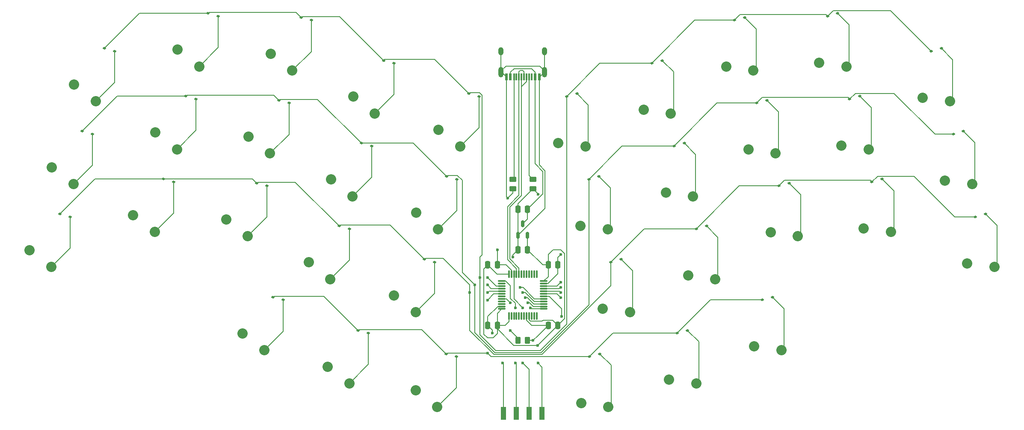
<source format=gtl>
G04 #@! TF.GenerationSoftware,KiCad,Pcbnew,8.0.6+1*
G04 #@! TF.CreationDate,2024-11-04T17:59:47+01:00*
G04 #@! TF.ProjectId,keymini,6b65796d-696e-4692-9e6b-696361645f70,rev?*
G04 #@! TF.SameCoordinates,Original*
G04 #@! TF.FileFunction,Copper,L1,Top*
G04 #@! TF.FilePolarity,Positive*
%FSLAX46Y46*%
G04 Gerber Fmt 4.6, Leading zero omitted, Abs format (unit mm)*
G04 Created by KiCad (PCBNEW 8.0.6+1) date 2024-11-04 17:59:47*
%MOMM*%
%LPD*%
G01*
G04 APERTURE LIST*
G04 Aperture macros list*
%AMRoundRect*
0 Rectangle with rounded corners*
0 $1 Rounding radius*
0 $2 $3 $4 $5 $6 $7 $8 $9 X,Y pos of 4 corners*
0 Add a 4 corners polygon primitive as box body*
4,1,4,$2,$3,$4,$5,$6,$7,$8,$9,$2,$3,0*
0 Add four circle primitives for the rounded corners*
1,1,$1+$1,$2,$3*
1,1,$1+$1,$4,$5*
1,1,$1+$1,$6,$7*
1,1,$1+$1,$8,$9*
0 Add four rect primitives between the rounded corners*
20,1,$1+$1,$2,$3,$4,$5,0*
20,1,$1+$1,$4,$5,$6,$7,0*
20,1,$1+$1,$6,$7,$8,$9,0*
20,1,$1+$1,$8,$9,$2,$3,0*%
G04 Aperture macros list end*
G04 #@! TA.AperFunction,SMDPad,CuDef*
%ADD10RoundRect,0.250000X0.250000X0.475000X-0.250000X0.475000X-0.250000X-0.475000X0.250000X-0.475000X0*%
G04 #@! TD*
G04 #@! TA.AperFunction,ComponentPad*
%ADD11C,2.032000*%
G04 #@! TD*
G04 #@! TA.AperFunction,SMDPad,CuDef*
%ADD12RoundRect,0.112500X-0.210228X-0.060138X0.151994X-0.157195X0.210228X0.060138X-0.151994X0.157195X0*%
G04 #@! TD*
G04 #@! TA.AperFunction,SMDPad,CuDef*
%ADD13RoundRect,0.112500X-0.151994X-0.157195X0.210228X-0.060138X0.151994X0.157195X-0.210228X0.060138X0*%
G04 #@! TD*
G04 #@! TA.AperFunction,SMDPad,CuDef*
%ADD14RoundRect,0.250000X-0.250000X-0.475000X0.250000X-0.475000X0.250000X0.475000X-0.250000X0.475000X0*%
G04 #@! TD*
G04 #@! TA.AperFunction,SMDPad,CuDef*
%ADD15RoundRect,0.250000X0.450000X-0.262500X0.450000X0.262500X-0.450000X0.262500X-0.450000X-0.262500X0*%
G04 #@! TD*
G04 #@! TA.AperFunction,SMDPad,CuDef*
%ADD16RoundRect,0.075000X0.075000X-0.662500X0.075000X0.662500X-0.075000X0.662500X-0.075000X-0.662500X0*%
G04 #@! TD*
G04 #@! TA.AperFunction,SMDPad,CuDef*
%ADD17RoundRect,0.075000X0.662500X-0.075000X0.662500X0.075000X-0.662500X0.075000X-0.662500X-0.075000X0*%
G04 #@! TD*
G04 #@! TA.AperFunction,SMDPad,CuDef*
%ADD18RoundRect,0.250000X-0.450000X0.262500X-0.450000X-0.262500X0.450000X-0.262500X0.450000X0.262500X0*%
G04 #@! TD*
G04 #@! TA.AperFunction,SMDPad,CuDef*
%ADD19RoundRect,0.250000X-0.262500X-0.450000X0.262500X-0.450000X0.262500X0.450000X-0.262500X0.450000X0*%
G04 #@! TD*
G04 #@! TA.AperFunction,SMDPad,CuDef*
%ADD20R,0.600000X1.450000*%
G04 #@! TD*
G04 #@! TA.AperFunction,SMDPad,CuDef*
%ADD21R,0.300000X1.450000*%
G04 #@! TD*
G04 #@! TA.AperFunction,ComponentPad*
%ADD22O,1.000000X2.100000*%
G04 #@! TD*
G04 #@! TA.AperFunction,ComponentPad*
%ADD23O,1.000000X1.600000*%
G04 #@! TD*
G04 #@! TA.AperFunction,SMDPad,CuDef*
%ADD24R,1.000000X2.500000*%
G04 #@! TD*
G04 #@! TA.AperFunction,SMDPad,CuDef*
%ADD25RoundRect,0.150000X0.150000X-0.512500X0.150000X0.512500X-0.150000X0.512500X-0.150000X-0.512500X0*%
G04 #@! TD*
G04 #@! TA.AperFunction,ViaPad*
%ADD26C,0.600000*%
G04 #@! TD*
G04 #@! TA.AperFunction,Conductor*
%ADD27C,0.200000*%
G04 #@! TD*
G04 APERTURE END LIST*
D10*
G04 #@! TO.P,C2,1*
G04 #@! TO.N,+3.3V*
X150950000Y-72000000D03*
G04 #@! TO.P,C2,2*
G04 #@! TO.N,GND*
X149050000Y-72000000D03*
G04 #@! TD*
D11*
G04 #@! TO.P,SW1J1,1,1*
G04 #@! TO.N,Net-(D1J1-A)*
X234555032Y-42603962D03*
G04 #@! TO.P,SW1J1,2,2*
G04 #@! TO.N,COLJ*
X229181883Y-41869613D03*
G04 #@! TD*
D12*
G04 #@! TO.P,D2A1,1,K*
G04 #@! TO.N,ROW2*
X62773778Y-48514240D03*
G04 #@! TO.P,D2A1,2,A*
G04 #@! TO.N,Net-(D2A1-A)*
X64802222Y-49057760D03*
G04 #@! TD*
G04 #@! TO.P,D4D1,1,K*
G04 #@! TO.N,ROW4*
X117415778Y-88002240D03*
G04 #@! TO.P,D4D1,2,A*
G04 #@! TO.N,Net-(D4D1-A)*
X119444222Y-88545760D03*
G04 #@! TD*
D11*
G04 #@! TO.P,SW4F1,1,1*
G04 #@! TO.N,Net-(D4F1-A)*
X166927032Y-103171962D03*
G04 #@! TO.P,SW4F1,2,2*
G04 #@! TO.N,COLF*
X161553883Y-102437613D03*
G04 #@! TD*
G04 #@! TO.P,SW2I1,1,1*
G04 #@! TO.N,Net-(D2I1-A)*
X218463032Y-52092962D03*
G04 #@! TO.P,SW2I1,2,2*
G04 #@! TO.N,COLI*
X213089883Y-51358613D03*
G04 #@! TD*
G04 #@! TO.P,SW3I1,1,1*
G04 #@! TO.N,Net-(D3I1-A)*
X222862032Y-68512962D03*
G04 #@! TO.P,SW3I1,2,2*
G04 #@! TO.N,COLI*
X217488883Y-67778613D03*
G04 #@! TD*
G04 #@! TO.P,SW1G1,1,1*
G04 #@! TO.N,Net-(D1G1-A)*
X179289032Y-44988962D03*
G04 #@! TO.P,SW1G1,2,2*
G04 #@! TO.N,COLG*
X173915883Y-44254613D03*
G04 #@! TD*
D13*
G04 #@! TO.P,D2H1,1,K*
G04 #@! TO.N,ROW2*
X196282778Y-42920760D03*
G04 #@! TO.P,D2H1,2,A*
G04 #@! TO.N,Net-(D2H1-A)*
X198311222Y-42377240D03*
G04 #@! TD*
D11*
G04 #@! TO.P,SW4E1,1,1*
G04 #@! TO.N,Net-(D4E1-A)*
X133072968Y-103171962D03*
G04 #@! TO.P,SW4E1,2,2*
G04 #@! TO.N,COLE*
X128786858Y-99849423D03*
G04 #@! TD*
D13*
G04 #@! TO.P,D3H1,1,K*
G04 #@! TO.N,ROW3*
X200682778Y-59341760D03*
G04 #@! TO.P,D3H1,2,A*
G04 #@! TO.N,Net-(D3H1-A)*
X202711222Y-58798240D03*
G04 #@! TD*
D12*
G04 #@! TO.P,D4E1,1,K*
G04 #@! TO.N,ROW4*
X134802778Y-92661240D03*
G04 #@! TO.P,D4E1,2,A*
G04 #@! TO.N,Net-(D4E1-A)*
X136831222Y-93204760D03*
G04 #@! TD*
D11*
G04 #@! TO.P,SW3G1,1,1*
G04 #@! TO.N,Net-(D3G1-A)*
X188089032Y-77830962D03*
G04 #@! TO.P,SW3G1,2,2*
G04 #@! TO.N,COLG*
X182715883Y-77096613D03*
G04 #@! TD*
G04 #@! TO.P,SW3C1,1,1*
G04 #@! TO.N,Net-(D3C1-A)*
X95558968Y-69307962D03*
G04 #@! TO.P,SW3C1,2,2*
G04 #@! TO.N,COLC*
X91272858Y-65985423D03*
G04 #@! TD*
D10*
G04 #@! TO.P,C4,1*
G04 #@! TO.N,+3.3V*
X156950000Y-87000000D03*
G04 #@! TO.P,C4,2*
G04 #@! TO.N,GND*
X155050000Y-87000000D03*
G04 #@! TD*
D14*
G04 #@! TO.P,C1,1*
G04 #@! TO.N,GND*
X149050000Y-64000000D03*
G04 #@! TO.P,C1,2*
G04 #@! TO.N,+5V*
X150950000Y-64000000D03*
G04 #@! TD*
D13*
G04 #@! TO.P,D4G1,1,K*
G04 #@! TO.N,ROW4*
X180555778Y-88545760D03*
G04 #@! TO.P,D4G1,2,A*
G04 #@! TO.N,Net-(D4G1-A)*
X182584222Y-88002240D03*
G04 #@! TD*
D14*
G04 #@! TO.P,C3,1*
G04 #@! TO.N,+3.3V*
X155050000Y-75000000D03*
G04 #@! TO.P,C3,2*
G04 #@! TO.N,GND*
X156950000Y-75000000D03*
G04 #@! TD*
D13*
G04 #@! TO.P,D2G1,1,K*
G04 #@! TO.N,ROW2*
X179931778Y-51442760D03*
G04 #@! TO.P,D2G1,2,A*
G04 #@! TO.N,Net-(D2G1-A)*
X181960222Y-50899240D03*
G04 #@! TD*
G04 #@! TO.P,D1I1,1,K*
G04 #@! TO.N,ROW1*
X210304778Y-25704760D03*
G04 #@! TO.P,D1I1,2,A*
G04 #@! TO.N,Net-(D1I1-A)*
X212333222Y-25161240D03*
G04 #@! TD*
D11*
G04 #@! TO.P,SW4D1,1,1*
G04 #@! TO.N,Net-(D4D1-A)*
X115686968Y-98512962D03*
G04 #@! TO.P,SW4D1,2,2*
G04 #@! TO.N,COLD*
X111400858Y-95190423D03*
G04 #@! TD*
G04 #@! TO.P,SW4C1,1,1*
G04 #@! TO.N,Net-(D4C1-A)*
X98817968Y-91921962D03*
G04 #@! TO.P,SW4C1,2,2*
G04 #@! TO.N,COLC*
X94531858Y-88599423D03*
G04 #@! TD*
D12*
G04 #@! TO.P,D2B1,1,K*
G04 #@! TO.N,ROW2*
X83266778Y-41582240D03*
G04 #@! TO.P,D2B1,2,A*
G04 #@! TO.N,Net-(D2B1-A)*
X85295222Y-42125760D03*
G04 #@! TD*
D15*
G04 #@! TO.P,R2,1*
G04 #@! TO.N,GND*
X148000000Y-59912500D03*
G04 #@! TO.P,R2,2*
G04 #@! TO.N,Net-(J1-CC2)*
X148000000Y-58087500D03*
G04 #@! TD*
D16*
G04 #@! TO.P,U1,1,VBAT*
G04 #@! TO.N,+3.3V*
X147250000Y-85162500D03*
G04 #@! TO.P,U1,2,PC13*
G04 #@! TO.N,unconnected-(U1-PC13-Pad2)*
X147750000Y-85162500D03*
G04 #@! TO.P,U1,3,PC14*
G04 #@! TO.N,unconnected-(U1-PC14-Pad3)*
X148250000Y-85162500D03*
G04 #@! TO.P,U1,4,PC15*
G04 #@! TO.N,unconnected-(U1-PC15-Pad4)*
X148750000Y-85162500D03*
G04 #@! TO.P,U1,5,PF0*
G04 #@! TO.N,unconnected-(U1-PF0-Pad5)*
X149250000Y-85162500D03*
G04 #@! TO.P,U1,6,PF1*
G04 #@! TO.N,unconnected-(U1-PF1-Pad6)*
X149750000Y-85162500D03*
G04 #@! TO.P,U1,7,NRST*
G04 #@! TO.N,unconnected-(U1-NRST-Pad7)*
X150250000Y-85162500D03*
G04 #@! TO.P,U1,8,VSSA*
G04 #@! TO.N,GND*
X150750000Y-85162500D03*
G04 #@! TO.P,U1,9,VDDA*
G04 #@! TO.N,+3.3V*
X151250000Y-85162500D03*
G04 #@! TO.P,U1,10,PA0*
G04 #@! TO.N,unconnected-(U1-PA0-Pad10)*
X151750000Y-85162500D03*
G04 #@! TO.P,U1,11,PA1*
G04 #@! TO.N,unconnected-(U1-PA1-Pad11)*
X152250000Y-85162500D03*
G04 #@! TO.P,U1,12,PA2*
G04 #@! TO.N,unconnected-(U1-PA2-Pad12)*
X152750000Y-85162500D03*
D17*
G04 #@! TO.P,U1,13,PA3*
G04 #@! TO.N,COLA*
X154162500Y-83750000D03*
G04 #@! TO.P,U1,14,PA4*
G04 #@! TO.N,COLB*
X154162500Y-83250000D03*
G04 #@! TO.P,U1,15,PA5*
G04 #@! TO.N,COLC*
X154162500Y-82750000D03*
G04 #@! TO.P,U1,16,PA6*
G04 #@! TO.N,COLD*
X154162500Y-82250000D03*
G04 #@! TO.P,U1,17,PA7*
G04 #@! TO.N,COLE*
X154162500Y-81750000D03*
G04 #@! TO.P,U1,18,PB0*
G04 #@! TO.N,COLF*
X154162500Y-81250000D03*
G04 #@! TO.P,U1,19,PB1*
G04 #@! TO.N,COLG*
X154162500Y-80750000D03*
G04 #@! TO.P,U1,20,PB2*
G04 #@! TO.N,COLH*
X154162500Y-80250000D03*
G04 #@! TO.P,U1,21,PB10*
G04 #@! TO.N,COLI*
X154162500Y-79750000D03*
G04 #@! TO.P,U1,22,PB11*
G04 #@! TO.N,COLJ*
X154162500Y-79250000D03*
G04 #@! TO.P,U1,23,VSS*
G04 #@! TO.N,GND*
X154162500Y-78750000D03*
G04 #@! TO.P,U1,24,VDD*
G04 #@! TO.N,+3.3V*
X154162500Y-78250000D03*
D16*
G04 #@! TO.P,U1,25,PB12*
G04 #@! TO.N,unconnected-(U1-PB12-Pad25)*
X152750000Y-76837500D03*
G04 #@! TO.P,U1,26,PB13*
G04 #@! TO.N,unconnected-(U1-PB13-Pad26)*
X152250000Y-76837500D03*
G04 #@! TO.P,U1,27,PB14*
G04 #@! TO.N,unconnected-(U1-PB14-Pad27)*
X151750000Y-76837500D03*
G04 #@! TO.P,U1,28,PB15*
G04 #@! TO.N,unconnected-(U1-PB15-Pad28)*
X151250000Y-76837500D03*
G04 #@! TO.P,U1,29,PA8*
G04 #@! TO.N,unconnected-(U1-PA8-Pad29)*
X150750000Y-76837500D03*
G04 #@! TO.P,U1,30,PA9*
G04 #@! TO.N,unconnected-(U1-PA9-Pad30)*
X150250000Y-76837500D03*
G04 #@! TO.P,U1,31,PA10*
G04 #@! TO.N,unconnected-(U1-PA10-Pad31)*
X149750000Y-76837500D03*
G04 #@! TO.P,U1,32,PA11*
G04 #@! TO.N,D-*
X149250000Y-76837500D03*
G04 #@! TO.P,U1,33,PA12*
G04 #@! TO.N,D+*
X148750000Y-76837500D03*
G04 #@! TO.P,U1,34,PA13*
G04 #@! TO.N,SWDIO*
X148250000Y-76837500D03*
G04 #@! TO.P,U1,35,VSS*
G04 #@! TO.N,GND*
X147750000Y-76837500D03*
G04 #@! TO.P,U1,36,VDDIO2*
G04 #@! TO.N,+3.3V*
X147250000Y-76837500D03*
D17*
G04 #@! TO.P,U1,37,PA14*
G04 #@! TO.N,SWDCLK*
X145837500Y-78250000D03*
G04 #@! TO.P,U1,38,PA15*
G04 #@! TO.N,unconnected-(U1-PA15-Pad38)*
X145837500Y-78750000D03*
G04 #@! TO.P,U1,39,PB3*
G04 #@! TO.N,ROW1*
X145837500Y-79250000D03*
G04 #@! TO.P,U1,40,PB4*
G04 #@! TO.N,ROW2*
X145837500Y-79750000D03*
G04 #@! TO.P,U1,41,PB5*
G04 #@! TO.N,ROW3*
X145837500Y-80250000D03*
G04 #@! TO.P,U1,42,PB6*
G04 #@! TO.N,ROW4*
X145837500Y-80750000D03*
G04 #@! TO.P,U1,43,PB7*
G04 #@! TO.N,unconnected-(U1-PB7-Pad43)*
X145837500Y-81250000D03*
G04 #@! TO.P,U1,44,BOOT0*
G04 #@! TO.N,Net-(U1-BOOT0)*
X145837500Y-81750000D03*
G04 #@! TO.P,U1,45,PB8*
G04 #@! TO.N,unconnected-(U1-PB8-Pad45)*
X145837500Y-82250000D03*
G04 #@! TO.P,U1,46,PB9*
G04 #@! TO.N,unconnected-(U1-PB9-Pad46)*
X145837500Y-82750000D03*
G04 #@! TO.P,U1,47,VSS*
G04 #@! TO.N,GND*
X145837500Y-83250000D03*
G04 #@! TO.P,U1,48,VDD*
G04 #@! TO.N,+3.3V*
X145837500Y-83750000D03*
G04 #@! TD*
D11*
G04 #@! TO.P,SW2F1,1,1*
G04 #@! TO.N,Net-(D2F1-A)*
X166820032Y-68000962D03*
G04 #@! TO.P,SW2F1,2,2*
G04 #@! TO.N,COLF*
X161446883Y-67266613D03*
G04 #@! TD*
G04 #@! TO.P,SW4G1,1,1*
G04 #@! TO.N,Net-(D4G1-A)*
X184313032Y-98512962D03*
G04 #@! TO.P,SW4G1,2,2*
G04 #@! TO.N,COLG*
X178939883Y-97778613D03*
G04 #@! TD*
D13*
G04 #@! TO.P,D2F1,1,K*
G04 #@! TO.N,ROW2*
X163062778Y-58033760D03*
G04 #@! TO.P,D2F1,2,A*
G04 #@! TO.N,Net-(D2F1-A)*
X165091222Y-57490240D03*
G04 #@! TD*
D11*
G04 #@! TO.P,SW2G1,1,1*
G04 #@! TO.N,Net-(D2G1-A)*
X183689032Y-61409962D03*
G04 #@! TO.P,SW2G1,2,2*
G04 #@! TO.N,COLG*
X178315883Y-60675613D03*
G04 #@! TD*
D12*
G04 #@! TO.P,D3C1,1,K*
G04 #@! TO.N,ROW3*
X97288778Y-58798240D03*
G04 #@! TO.P,D3C1,2,A*
G04 #@! TO.N,Net-(D3C1-A)*
X99317222Y-59341760D03*
G04 #@! TD*
G04 #@! TO.P,D3B1,1,K*
G04 #@! TO.N,ROW3*
X78866778Y-58003240D03*
G04 #@! TO.P,D3B1,2,A*
G04 #@! TO.N,Net-(D3B1-A)*
X80895222Y-58546760D03*
G04 #@! TD*
G04 #@! TO.P,D1A1,1,K*
G04 #@! TO.N,ROW1*
X67173778Y-32093240D03*
G04 #@! TO.P,D1A1,2,A*
G04 #@! TO.N,Net-(D1A1-A)*
X69202222Y-32636760D03*
G04 #@! TD*
D11*
G04 #@! TO.P,SW1H1,1,1*
G04 #@! TO.N,Net-(D1H1-A)*
X195641032Y-36466962D03*
G04 #@! TO.P,SW1H1,2,2*
G04 #@! TO.N,COLH*
X190267883Y-35732613D03*
G04 #@! TD*
G04 #@! TO.P,SW3A1,1,1*
G04 #@! TO.N,Net-(D3A1-A)*
X56644968Y-75445962D03*
G04 #@! TO.P,SW3A1,2,2*
G04 #@! TO.N,COLA*
X52358858Y-72123423D03*
G04 #@! TD*
G04 #@! TO.P,SW3F1,1,1*
G04 #@! TO.N,Net-(D3F1-A)*
X171220032Y-84420962D03*
G04 #@! TO.P,SW3F1,2,2*
G04 #@! TO.N,COLF*
X165846883Y-83686613D03*
G04 #@! TD*
D12*
G04 #@! TO.P,D4C1,1,K*
G04 #@! TO.N,ROW4*
X100546778Y-81411240D03*
G04 #@! TO.P,D4C1,2,A*
G04 #@! TO.N,Net-(D4C1-A)*
X102575222Y-81954760D03*
G04 #@! TD*
D11*
G04 #@! TO.P,SW2E1,1,1*
G04 #@! TO.N,Net-(D2E1-A)*
X133179968Y-68000962D03*
G04 #@! TO.P,SW2E1,2,2*
G04 #@! TO.N,COLE*
X128893858Y-64678423D03*
G04 #@! TD*
D18*
G04 #@! TO.P,R1,1*
G04 #@! TO.N,Net-(J1-CC1)*
X152000000Y-58087500D03*
G04 #@! TO.P,R1,2*
G04 #@! TO.N,GND*
X152000000Y-59912500D03*
G04 #@! TD*
D19*
G04 #@! TO.P,R3,1*
G04 #@! TO.N,Net-(U1-BOOT0)*
X149087500Y-90000000D03*
G04 #@! TO.P,R3,2*
G04 #@! TO.N,GND*
X150912500Y-90000000D03*
G04 #@! TD*
D12*
G04 #@! TO.P,D1B1,1,K*
G04 #@! TO.N,ROW1*
X87666778Y-25161240D03*
G04 #@! TO.P,D1B1,2,A*
G04 #@! TO.N,Net-(D1B1-A)*
X89695222Y-25704760D03*
G04 #@! TD*
G04 #@! TO.P,D1C1,1,K*
G04 #@! TO.N,ROW1*
X106088778Y-25956240D03*
G04 #@! TO.P,D1C1,2,A*
G04 #@! TO.N,Net-(D1C1-A)*
X108117222Y-26499760D03*
G04 #@! TD*
D11*
G04 #@! TO.P,SW3D1,1,1*
G04 #@! TO.N,Net-(D3D1-A)*
X111910968Y-77830962D03*
G04 #@! TO.P,SW3D1,2,2*
G04 #@! TO.N,COLD*
X107624858Y-74508423D03*
G04 #@! TD*
G04 #@! TO.P,SW3J1,1,1*
G04 #@! TO.N,Net-(D3J1-A)*
X243355032Y-75445962D03*
G04 #@! TO.P,SW3J1,2,2*
G04 #@! TO.N,COLJ*
X237981883Y-74711613D03*
G04 #@! TD*
G04 #@! TO.P,SW3B1,1,1*
G04 #@! TO.N,Net-(D3B1-A)*
X77137968Y-68512962D03*
G04 #@! TO.P,SW3B1,2,2*
G04 #@! TO.N,COLB*
X72851858Y-65190423D03*
G04 #@! TD*
G04 #@! TO.P,SW1F1,1,1*
G04 #@! TO.N,Net-(D1F1-A)*
X162420032Y-51579962D03*
G04 #@! TO.P,SW1F1,2,2*
G04 #@! TO.N,COLF*
X157046883Y-50845613D03*
G04 #@! TD*
G04 #@! TO.P,SW2D1,1,1*
G04 #@! TO.N,Net-(D2D1-A)*
X116310968Y-61409962D03*
G04 #@! TO.P,SW2D1,2,2*
G04 #@! TO.N,COLD*
X112024858Y-58087423D03*
G04 #@! TD*
D14*
G04 #@! TO.P,C6,1*
G04 #@! TO.N,+3.3V*
X143050000Y-75000000D03*
G04 #@! TO.P,C6,2*
G04 #@! TO.N,GND*
X144950000Y-75000000D03*
G04 #@! TD*
D11*
G04 #@! TO.P,SW4H1,1,1*
G04 #@! TO.N,Net-(D4H1-A)*
X201182032Y-91921962D03*
G04 #@! TO.P,SW4H1,2,2*
G04 #@! TO.N,COLH*
X195808883Y-91187613D03*
G04 #@! TD*
D13*
G04 #@! TO.P,D1J1,1,K*
G04 #@! TO.N,ROW1*
X230797778Y-32636760D03*
G04 #@! TO.P,D1J1,2,A*
G04 #@! TO.N,Net-(D1J1-A)*
X232826222Y-32093240D03*
G04 #@! TD*
D12*
G04 #@! TO.P,D3E1,1,K*
G04 #@! TO.N,ROW3*
X130508778Y-73911240D03*
G04 #@! TO.P,D3E1,2,A*
G04 #@! TO.N,Net-(D3E1-A)*
X132537222Y-74454760D03*
G04 #@! TD*
G04 #@! TO.P,D3D1,1,K*
G04 #@! TO.N,ROW3*
X113639778Y-67320240D03*
G04 #@! TO.P,D3D1,2,A*
G04 #@! TO.N,Net-(D3D1-A)*
X115668222Y-67863760D03*
G04 #@! TD*
G04 #@! TO.P,D2E1,1,K*
G04 #@! TO.N,ROW2*
X134908778Y-57490240D03*
G04 #@! TO.P,D2E1,2,A*
G04 #@! TO.N,Net-(D2E1-A)*
X136937222Y-58033760D03*
G04 #@! TD*
G04 #@! TO.P,D1E1,1,K*
G04 #@! TO.N,ROW1*
X139308778Y-41069240D03*
G04 #@! TO.P,D1E1,2,A*
G04 #@! TO.N,Net-(D1E1-A)*
X141337222Y-41612760D03*
G04 #@! TD*
D13*
G04 #@! TO.P,D2I1,1,K*
G04 #@! TO.N,ROW2*
X214704778Y-42125760D03*
G04 #@! TO.P,D2I1,2,A*
G04 #@! TO.N,Net-(D2I1-A)*
X216733222Y-41582240D03*
G04 #@! TD*
G04 #@! TO.P,D1F1,1,K*
G04 #@! TO.N,ROW1*
X158662778Y-41612760D03*
G04 #@! TO.P,D1F1,2,A*
G04 #@! TO.N,Net-(D1F1-A)*
X160691222Y-41069240D03*
G04 #@! TD*
D11*
G04 #@! TO.P,SW2B1,1,1*
G04 #@! TO.N,Net-(D2B1-A)*
X81536968Y-52092962D03*
G04 #@! TO.P,SW2B1,2,2*
G04 #@! TO.N,COLB*
X77250858Y-48770423D03*
G04 #@! TD*
D13*
G04 #@! TO.P,D1H1,1,K*
G04 #@! TO.N,ROW1*
X191882778Y-26499760D03*
G04 #@! TO.P,D1H1,2,A*
G04 #@! TO.N,Net-(D1H1-A)*
X193911222Y-25956240D03*
G04 #@! TD*
D11*
G04 #@! TO.P,SW1E1,1,1*
G04 #@! TO.N,Net-(D1E1-A)*
X137579968Y-51579962D03*
G04 #@! TO.P,SW1E1,2,2*
G04 #@! TO.N,COLE*
X133293858Y-48257423D03*
G04 #@! TD*
D13*
G04 #@! TO.P,D3I1,1,K*
G04 #@! TO.N,ROW3*
X219104778Y-58546760D03*
G04 #@! TO.P,D3I1,2,A*
G04 #@! TO.N,Net-(D3I1-A)*
X221133222Y-58003240D03*
G04 #@! TD*
G04 #@! TO.P,D3J1,1,K*
G04 #@! TO.N,ROW3*
X239597778Y-65478760D03*
G04 #@! TO.P,D3J1,2,A*
G04 #@! TO.N,Net-(D3J1-A)*
X241626222Y-64935240D03*
G04 #@! TD*
D10*
G04 #@! TO.P,C5,1*
G04 #@! TO.N,+3.3V*
X144950000Y-87000000D03*
G04 #@! TO.P,C5,2*
G04 #@! TO.N,GND*
X143050000Y-87000000D03*
G04 #@! TD*
D12*
G04 #@! TO.P,D2C1,1,K*
G04 #@! TO.N,ROW2*
X101688778Y-42377240D03*
G04 #@! TO.P,D2C1,2,A*
G04 #@! TO.N,Net-(D2C1-A)*
X103717222Y-42920760D03*
G04 #@! TD*
D20*
G04 #@! TO.P,J1,A1,GND*
G04 #@! TO.N,GND*
X153250000Y-37720000D03*
G04 #@! TO.P,J1,A4,VBUS*
G04 #@! TO.N,+5V*
X152450000Y-37720000D03*
D21*
G04 #@! TO.P,J1,A5,CC1*
G04 #@! TO.N,Net-(J1-CC1)*
X151250000Y-37720000D03*
G04 #@! TO.P,J1,A6,D+*
G04 #@! TO.N,D+*
X150250000Y-37720000D03*
G04 #@! TO.P,J1,A7,D-*
G04 #@! TO.N,D-*
X149750000Y-37720000D03*
G04 #@! TO.P,J1,A8,SBU1*
G04 #@! TO.N,unconnected-(J1-SBU1-PadA8)*
X148750000Y-37720000D03*
D20*
G04 #@! TO.P,J1,A9,VBUS*
G04 #@! TO.N,+5V*
X147550000Y-37720000D03*
G04 #@! TO.P,J1,A12,GND*
G04 #@! TO.N,GND*
X146750000Y-37720000D03*
G04 #@! TO.P,J1,B1,GND*
X146750000Y-37720000D03*
G04 #@! TO.P,J1,B4,VBUS*
G04 #@! TO.N,+5V*
X147550000Y-37720000D03*
D21*
G04 #@! TO.P,J1,B5,CC2*
G04 #@! TO.N,Net-(J1-CC2)*
X148250000Y-37720000D03*
G04 #@! TO.P,J1,B6,D+*
G04 #@! TO.N,D+*
X149250000Y-37720000D03*
G04 #@! TO.P,J1,B7,D-*
G04 #@! TO.N,D-*
X150750000Y-37720000D03*
G04 #@! TO.P,J1,B8,SBU2*
G04 #@! TO.N,unconnected-(J1-SBU2-PadB8)*
X151750000Y-37720000D03*
D20*
G04 #@! TO.P,J1,B9,VBUS*
G04 #@! TO.N,+5V*
X152450000Y-37720000D03*
G04 #@! TO.P,J1,B12,GND*
G04 #@! TO.N,GND*
X153250000Y-37720000D03*
D22*
G04 #@! TO.P,J1,S1,SHIELD*
X154320000Y-36805000D03*
D23*
X154320000Y-32625000D03*
D22*
X145680000Y-36805000D03*
D23*
X145680000Y-32625000D03*
G04 #@! TD*
D13*
G04 #@! TO.P,D3F1,1,K*
G04 #@! TO.N,ROW3*
X167462778Y-74454760D03*
G04 #@! TO.P,D3F1,2,A*
G04 #@! TO.N,Net-(D3F1-A)*
X169491222Y-73911240D03*
G04 #@! TD*
D24*
G04 #@! TO.P,J2,1,Pin_1*
G04 #@! TO.N,+3.3V*
X153810000Y-104475000D03*
G04 #@! TO.P,J2,2,Pin_2*
G04 #@! TO.N,SWDIO*
X151270000Y-104475000D03*
G04 #@! TO.P,J2,3,Pin_3*
G04 #@! TO.N,SWDCLK*
X148730000Y-104475000D03*
G04 #@! TO.P,J2,4,Pin_4*
G04 #@! TO.N,GND*
X146190000Y-104475000D03*
G04 #@! TD*
D11*
G04 #@! TO.P,SW3H1,1,1*
G04 #@! TO.N,Net-(D3H1-A)*
X204441032Y-69307962D03*
G04 #@! TO.P,SW3H1,2,2*
G04 #@! TO.N,COLH*
X199067883Y-68573613D03*
G04 #@! TD*
G04 #@! TO.P,SW2J1,1,1*
G04 #@! TO.N,Net-(D2J1-A)*
X238955032Y-59024962D03*
G04 #@! TO.P,SW2J1,2,2*
G04 #@! TO.N,COLJ*
X233581883Y-58290613D03*
G04 #@! TD*
D12*
G04 #@! TO.P,D2D1,1,K*
G04 #@! TO.N,ROW2*
X118039778Y-50899240D03*
G04 #@! TO.P,D2D1,2,A*
G04 #@! TO.N,Net-(D2D1-A)*
X120068222Y-51442760D03*
G04 #@! TD*
D13*
G04 #@! TO.P,D3G1,1,K*
G04 #@! TO.N,ROW3*
X184331778Y-67863760D03*
G04 #@! TO.P,D3G1,2,A*
G04 #@! TO.N,Net-(D3G1-A)*
X186360222Y-67320240D03*
G04 #@! TD*
D11*
G04 #@! TO.P,SW1B1,1,1*
G04 #@! TO.N,Net-(D1B1-A)*
X85936968Y-35671962D03*
G04 #@! TO.P,SW1B1,2,2*
G04 #@! TO.N,COLB*
X81650858Y-32349423D03*
G04 #@! TD*
G04 #@! TO.P,SW1D1,1,1*
G04 #@! TO.N,Net-(D1D1-A)*
X120710968Y-44988962D03*
G04 #@! TO.P,SW1D1,2,2*
G04 #@! TO.N,COLD*
X116424858Y-41666423D03*
G04 #@! TD*
D25*
G04 #@! TO.P,U2,1,GND*
G04 #@! TO.N,GND*
X149050000Y-69137500D03*
G04 #@! TO.P,U2,2,VO*
G04 #@! TO.N,+3.3V*
X150950000Y-69137500D03*
G04 #@! TO.P,U2,3,VI*
G04 #@! TO.N,+5V*
X150000000Y-66862500D03*
G04 #@! TD*
D11*
G04 #@! TO.P,SW2A1,1,1*
G04 #@! TO.N,Net-(D2A1-A)*
X61044968Y-59024962D03*
G04 #@! TO.P,SW2A1,2,2*
G04 #@! TO.N,COLA*
X56758858Y-55702423D03*
G04 #@! TD*
G04 #@! TO.P,SW1A1,1,1*
G04 #@! TO.N,Net-(D1A1-A)*
X65444968Y-42603962D03*
G04 #@! TO.P,SW1A1,2,2*
G04 #@! TO.N,COLA*
X61158858Y-39281423D03*
G04 #@! TD*
D12*
G04 #@! TO.P,D3A1,1,K*
G04 #@! TO.N,ROW3*
X58373778Y-64935240D03*
G04 #@! TO.P,D3A1,2,A*
G04 #@! TO.N,Net-(D3A1-A)*
X60402222Y-65478760D03*
G04 #@! TD*
D13*
G04 #@! TO.P,D4H1,1,K*
G04 #@! TO.N,ROW4*
X197424778Y-81954760D03*
G04 #@! TO.P,D4H1,2,A*
G04 #@! TO.N,Net-(D4H1-A)*
X199453222Y-81411240D03*
G04 #@! TD*
D11*
G04 #@! TO.P,SW3E1,1,1*
G04 #@! TO.N,Net-(D3E1-A)*
X128779968Y-84420962D03*
G04 #@! TO.P,SW3E1,2,2*
G04 #@! TO.N,COLE*
X124493858Y-81098423D03*
G04 #@! TD*
D13*
G04 #@! TO.P,D2J1,1,K*
G04 #@! TO.N,ROW2*
X235197778Y-49057760D03*
G04 #@! TO.P,D2J1,2,A*
G04 #@! TO.N,Net-(D2J1-A)*
X237226222Y-48514240D03*
G04 #@! TD*
D12*
G04 #@! TO.P,D1D1,1,K*
G04 #@! TO.N,ROW1*
X122439778Y-34479240D03*
G04 #@! TO.P,D1D1,2,A*
G04 #@! TO.N,Net-(D1D1-A)*
X124468222Y-35022760D03*
G04 #@! TD*
D13*
G04 #@! TO.P,D4F1,1,K*
G04 #@! TO.N,ROW4*
X163168778Y-93204760D03*
G04 #@! TO.P,D4F1,2,A*
G04 #@! TO.N,Net-(D4F1-A)*
X165197222Y-92661240D03*
G04 #@! TD*
D11*
G04 #@! TO.P,SW2C1,1,1*
G04 #@! TO.N,Net-(D2C1-A)*
X99958968Y-52887962D03*
G04 #@! TO.P,SW2C1,2,2*
G04 #@! TO.N,COLC*
X95672858Y-49565423D03*
G04 #@! TD*
G04 #@! TO.P,SW1C1,1,1*
G04 #@! TO.N,Net-(D1C1-A)*
X104358968Y-36466962D03*
G04 #@! TO.P,SW1C1,2,2*
G04 #@! TO.N,COLC*
X100072858Y-33144423D03*
G04 #@! TD*
G04 #@! TO.P,SW2H1,1,1*
G04 #@! TO.N,Net-(D2H1-A)*
X200041032Y-52887962D03*
G04 #@! TO.P,SW2H1,2,2*
G04 #@! TO.N,COLH*
X194667883Y-52153613D03*
G04 #@! TD*
D13*
G04 #@! TO.P,D1G1,1,K*
G04 #@! TO.N,ROW1*
X175531778Y-35022760D03*
G04 #@! TO.P,D1G1,2,A*
G04 #@! TO.N,Net-(D1G1-A)*
X177560222Y-34479240D03*
G04 #@! TD*
D11*
G04 #@! TO.P,SW1I1,1,1*
G04 #@! TO.N,Net-(D1I1-A)*
X214063032Y-35671962D03*
G04 #@! TO.P,SW1I1,2,2*
G04 #@! TO.N,COLI*
X208689883Y-34937613D03*
G04 #@! TD*
D26*
G04 #@! TO.N,GND*
X148000000Y-73500000D03*
X145000000Y-72000000D03*
X153000000Y-61000000D03*
X147000000Y-61750000D03*
X152000000Y-90000000D03*
X146000000Y-94500000D03*
X144000000Y-88500000D03*
X157500000Y-73000000D03*
G04 #@! TO.N,+3.3V*
X152975000Y-90975000D03*
X153000000Y-94500000D03*
G04 #@! TO.N,ROW1*
X141500000Y-77500000D03*
X143000000Y-77500000D03*
G04 #@! TO.N,ROW2*
X140500000Y-79000000D03*
X143000000Y-79000000D03*
G04 #@! TO.N,ROW3*
X139500000Y-80500000D03*
X143000000Y-80500000D03*
G04 #@! TO.N,ROW4*
X143000000Y-92500000D03*
X143000000Y-82000000D03*
G04 #@! TO.N,Net-(U1-BOOT0)*
X147500000Y-82500000D03*
X147500000Y-88000000D03*
G04 #@! TO.N,COLA*
X151500000Y-83500000D03*
G04 #@! TO.N,COLB*
X151000000Y-82500000D03*
G04 #@! TO.N,COLC*
X150500000Y-81500000D03*
G04 #@! TO.N,COLD*
X150000000Y-80500000D03*
G04 #@! TO.N,COLE*
X149500000Y-79500000D03*
G04 #@! TO.N,COLF*
X157662778Y-85250000D03*
G04 #@! TO.N,COLG*
X157500000Y-81500000D03*
G04 #@! TO.N,COLH*
X157500000Y-80500000D03*
G04 #@! TO.N,COLI*
X157481389Y-79481389D03*
G04 #@! TO.N,COLJ*
X157500000Y-78500000D03*
G04 #@! TO.N,SWDCLK*
X148500000Y-83500000D03*
X148500000Y-94500000D03*
G04 #@! TO.N,SWDIO*
X150000000Y-94500000D03*
X150000000Y-83500000D03*
G04 #@! TD*
D27*
G04 #@! TO.N,+5V*
X148245000Y-36100000D02*
X151755000Y-36100000D01*
X147550000Y-36795000D02*
X148245000Y-36100000D01*
X152450000Y-37720000D02*
X152450000Y-54950000D01*
X152450000Y-36795000D02*
X152450000Y-37720000D01*
X151755000Y-36100000D02*
X152450000Y-36795000D01*
X152450000Y-54950000D02*
X154000000Y-56500000D01*
X154000000Y-56500000D02*
X154000000Y-60950000D01*
X150950000Y-65912500D02*
X150000000Y-66862500D01*
X154000000Y-60950000D02*
X150950000Y-64000000D01*
X147550000Y-37720000D02*
X147550000Y-36795000D01*
X150950000Y-64000000D02*
X150950000Y-65912500D01*
G04 #@! TO.N,GND*
X152000000Y-90000000D02*
X150912500Y-90000000D01*
X147750000Y-76837500D02*
X147750000Y-76067590D01*
X147750000Y-76067590D02*
X146682410Y-75000000D01*
X156950000Y-73550000D02*
X156950000Y-75000000D01*
X154162500Y-78750000D02*
X154932410Y-78750000D01*
X145680000Y-36555000D02*
X146635000Y-35600000D01*
X153365000Y-35600000D02*
X154320000Y-36555000D01*
X144000000Y-88500000D02*
X144000000Y-87950000D01*
X149050000Y-69137500D02*
X149050000Y-72000000D01*
X153250000Y-55184314D02*
X154400000Y-56334314D01*
X145680000Y-36805000D02*
X145680000Y-36555000D01*
X145000000Y-74950000D02*
X144950000Y-75000000D01*
X157500000Y-73000000D02*
X156950000Y-73550000D01*
X146750000Y-37720000D02*
X146750000Y-61500000D01*
X147000000Y-61750000D02*
X148000000Y-60750000D01*
X153250000Y-37720000D02*
X153250000Y-55184314D01*
X144000000Y-87950000D02*
X143050000Y-87000000D01*
X149050000Y-64000000D02*
X149050000Y-69137500D01*
X145837500Y-83250000D02*
X145067590Y-83250000D01*
X155050000Y-87000000D02*
X153025000Y-89025000D01*
X154320000Y-36555000D02*
X154320000Y-36805000D01*
X145680000Y-32625000D02*
X145680000Y-36805000D01*
X146190000Y-104475000D02*
X146190000Y-94690000D01*
X148000000Y-73050000D02*
X149050000Y-72000000D01*
X145067590Y-83250000D02*
X143050000Y-85267590D01*
X153000000Y-61000000D02*
X153000000Y-60912500D01*
X146190000Y-94690000D02*
X146000000Y-94500000D01*
X145680000Y-36805000D02*
X145835000Y-36805000D01*
X153025000Y-89025000D02*
X152050000Y-90000000D01*
X148000000Y-60750000D02*
X148000000Y-59912500D01*
X143050000Y-85267590D02*
X143050000Y-87000000D01*
X151751904Y-87000000D02*
X155050000Y-87000000D01*
X148000000Y-73500000D02*
X148000000Y-73050000D01*
X149050000Y-64000000D02*
X149050000Y-62862500D01*
X153000000Y-60912500D02*
X152000000Y-59912500D01*
X146682410Y-75000000D02*
X144950000Y-75000000D01*
X149050000Y-62862500D02*
X152000000Y-59912500D01*
X145000000Y-72000000D02*
X145000000Y-74950000D01*
X153250000Y-37720000D02*
X153405000Y-37720000D01*
X154932410Y-78750000D02*
X156950000Y-76732410D01*
X156950000Y-76732410D02*
X156950000Y-75000000D01*
X154400000Y-63787500D02*
X149050000Y-69137500D01*
X154320000Y-36805000D02*
X154320000Y-32625000D01*
X152050000Y-90000000D02*
X152000000Y-90000000D01*
X146750000Y-61500000D02*
X147000000Y-61750000D01*
X150750000Y-85162500D02*
X150750000Y-85998096D01*
X153405000Y-37720000D02*
X154320000Y-36805000D01*
X146635000Y-35600000D02*
X153365000Y-35600000D01*
X145835000Y-36805000D02*
X146750000Y-37720000D01*
X154400000Y-56334314D02*
X154400000Y-63787500D01*
X150750000Y-85998096D02*
X151751904Y-87000000D01*
G04 #@! TO.N,+3.3V*
X144950000Y-88662500D02*
X144950000Y-87000000D01*
X158262778Y-72762778D02*
X158262778Y-85687222D01*
X155925000Y-85975000D02*
X156950000Y-87000000D01*
X145837500Y-83750000D02*
X144950000Y-84637500D01*
X151250000Y-85932410D02*
X151517590Y-86200000D01*
X154162500Y-78250000D02*
X155050000Y-77362500D01*
X144950000Y-87725000D02*
X148225000Y-91000000D01*
X155050000Y-72950000D02*
X156000000Y-72000000D01*
X148225000Y-91000000D02*
X152950000Y-91000000D01*
X144950000Y-87000000D02*
X144950000Y-87725000D01*
X147250000Y-86250000D02*
X147250000Y-85162500D01*
X153800000Y-86200000D02*
X154025000Y-85975000D01*
X157500000Y-72000000D02*
X158262778Y-72762778D01*
X144950000Y-84637500D02*
X144950000Y-87000000D01*
X155050000Y-75000000D02*
X155050000Y-72950000D01*
X158262778Y-85687222D02*
X156950000Y-87000000D01*
X151250000Y-85162500D02*
X151250000Y-85932410D01*
X143050000Y-75000000D02*
X142250000Y-75800000D01*
X150950000Y-72000000D02*
X153950000Y-75000000D01*
X144887500Y-76837500D02*
X143050000Y-75000000D01*
X152975000Y-90975000D02*
X155975000Y-87975000D01*
X146500000Y-87000000D02*
X147250000Y-86250000D01*
X143000000Y-89500000D02*
X144112500Y-89500000D01*
X147250000Y-76837500D02*
X144887500Y-76837500D01*
X153950000Y-75000000D02*
X155050000Y-75000000D01*
X144950000Y-87000000D02*
X146500000Y-87000000D01*
X156000000Y-72000000D02*
X157500000Y-72000000D01*
X155050000Y-77362500D02*
X155050000Y-75000000D01*
X151517590Y-86200000D02*
X153800000Y-86200000D01*
X142250000Y-88750000D02*
X143000000Y-89500000D01*
X155975000Y-87975000D02*
X156950000Y-87000000D01*
X152950000Y-91000000D02*
X152975000Y-90975000D01*
X153810000Y-104475000D02*
X153810000Y-95310000D01*
X144112500Y-89500000D02*
X144950000Y-88662500D01*
X150950000Y-69137500D02*
X150950000Y-72000000D01*
X142250000Y-75800000D02*
X142250000Y-88750000D01*
X154025000Y-85975000D02*
X155925000Y-85975000D01*
X153810000Y-95310000D02*
X153000000Y-94500000D01*
G04 #@! TO.N,Net-(D1A1-A)*
X69202222Y-38846708D02*
X65444968Y-42603962D01*
X69202222Y-32636760D02*
X69202222Y-38846708D01*
G04 #@! TO.N,ROW1*
X106088778Y-25956240D02*
X106272490Y-25772528D01*
X222751340Y-24590322D02*
X230797778Y-32636760D01*
X74105778Y-25161240D02*
X87666778Y-25161240D01*
X141961173Y-41381252D02*
X141961173Y-73038827D01*
X139492490Y-40885528D02*
X141465449Y-40885528D01*
X122439778Y-34479240D02*
X122623490Y-34295528D01*
X192997216Y-25385322D02*
X209985340Y-25385322D01*
X122623490Y-34295528D02*
X132535066Y-34295528D01*
X139308778Y-41069240D02*
X139492490Y-40885528D01*
X175531778Y-35022760D02*
X184054778Y-26499760D01*
X87850490Y-24977528D02*
X105110066Y-24977528D01*
X87666778Y-25161240D02*
X87850490Y-24977528D01*
X105110066Y-24977528D02*
X106088778Y-25956240D01*
X141500000Y-88868628D02*
X144636132Y-92004760D01*
X158662778Y-41612760D02*
X165252778Y-35022760D01*
X209985340Y-25385322D02*
X210304778Y-25704760D01*
X211419216Y-24590322D02*
X222751340Y-24590322D01*
X141961173Y-73038827D02*
X141500000Y-73500000D01*
X145837500Y-79250000D02*
X144750000Y-79250000D01*
X113733066Y-25772528D02*
X122439778Y-34479240D01*
X106272490Y-25772528D02*
X113733066Y-25772528D01*
X165252778Y-35022760D02*
X175531778Y-35022760D01*
X67173778Y-32093240D02*
X74105778Y-25161240D01*
X141465449Y-40885528D02*
X141961173Y-41381252D01*
X132535066Y-34295528D02*
X139308778Y-41069240D01*
X141500000Y-73500000D02*
X141500000Y-77500000D01*
X158662778Y-86796966D02*
X158662778Y-41612760D01*
X144636132Y-92004760D02*
X153454984Y-92004760D01*
X141500000Y-77500000D02*
X141500000Y-88868628D01*
X210304778Y-25704760D02*
X211419216Y-24590322D01*
X153454984Y-92004760D02*
X158662778Y-86796966D01*
X184054778Y-26499760D02*
X191882778Y-26499760D01*
X144750000Y-79250000D02*
X143000000Y-77500000D01*
X191882778Y-26499760D02*
X192997216Y-25385322D01*
G04 #@! TO.N,Net-(D1B1-A)*
X89695222Y-31913708D02*
X85936968Y-35671962D01*
X89695222Y-25704760D02*
X89695222Y-31913708D01*
G04 #@! TO.N,Net-(D1C1-A)*
X108117222Y-32708708D02*
X104358968Y-36466962D01*
X108117222Y-26499760D02*
X108117222Y-32708708D01*
G04 #@! TO.N,Net-(D1D1-A)*
X124468222Y-41231708D02*
X120710968Y-44988962D01*
X124468222Y-35022760D02*
X124468222Y-41231708D01*
G04 #@! TO.N,Net-(D1E1-A)*
X141337222Y-41612760D02*
X141337222Y-47822708D01*
X141337222Y-47822708D02*
X137579968Y-51579962D01*
G04 #@! TO.N,Net-(D1F1-A)*
X160691222Y-41069240D02*
X162957500Y-43335518D01*
X162957500Y-51042494D02*
X162420032Y-51579962D01*
X162957500Y-43335518D02*
X162957500Y-51042494D01*
G04 #@! TO.N,Net-(D1G1-A)*
X179826500Y-36745518D02*
X179826500Y-44451494D01*
X177560222Y-34479240D02*
X179826500Y-36745518D01*
X179826500Y-44451494D02*
X179289032Y-44988962D01*
G04 #@! TO.N,Net-(D1H1-A)*
X193911222Y-25956240D02*
X196178500Y-28223518D01*
X196178500Y-35929494D02*
X195641032Y-36466962D01*
X196178500Y-28223518D02*
X196178500Y-35929494D01*
G04 #@! TO.N,Net-(D1I1-A)*
X214600500Y-35134494D02*
X214063032Y-35671962D01*
X214600500Y-27428518D02*
X214600500Y-35134494D01*
X212333222Y-25161240D02*
X214600500Y-27428518D01*
G04 #@! TO.N,Net-(D1J1-A)*
X235092500Y-34359518D02*
X235092500Y-42066494D01*
X232826222Y-32093240D02*
X235092500Y-34359518D01*
X235092500Y-42066494D02*
X234555032Y-42603962D01*
G04 #@! TO.N,ROW2*
X163062778Y-82962651D02*
X163062778Y-58033760D01*
X215819216Y-41011322D02*
X223511322Y-41011322D01*
X83450490Y-41398528D02*
X100710066Y-41398528D01*
X153620669Y-92404760D02*
X163062778Y-82962651D01*
X145837500Y-79750000D02*
X143750000Y-79750000D01*
X101688778Y-42377240D02*
X101872490Y-42193528D01*
X140500000Y-88434314D02*
X144470446Y-92404760D01*
X197397216Y-41806322D02*
X214385340Y-41806322D01*
X214385340Y-41806322D02*
X214704778Y-42125760D01*
X128290380Y-50871842D02*
X134908778Y-57490240D01*
X214704778Y-42125760D02*
X215819216Y-41011322D01*
X140500000Y-79000000D02*
X140500000Y-88434314D01*
X69705778Y-41582240D02*
X83266778Y-41582240D01*
X179931778Y-51442760D02*
X188453778Y-42920760D01*
X231557760Y-49057760D02*
X235197778Y-49057760D01*
X109334066Y-42193528D02*
X118039778Y-50899240D01*
X135092490Y-57306528D02*
X137065449Y-57306528D01*
X163062778Y-58033760D02*
X169653778Y-51442760D01*
X223511322Y-41011322D02*
X231557760Y-49057760D01*
X196282778Y-42920760D02*
X197397216Y-41806322D01*
X62773778Y-48514240D02*
X69705778Y-41582240D01*
X101872490Y-42193528D02*
X109334066Y-42193528D01*
X138000000Y-76500000D02*
X140500000Y-79000000D01*
X137065449Y-57306528D02*
X138000000Y-58241079D01*
X169653778Y-51442760D02*
X179931778Y-51442760D01*
X188453778Y-42920760D02*
X196282778Y-42920760D01*
X143750000Y-79750000D02*
X143000000Y-79000000D01*
X118067176Y-50871842D02*
X128290380Y-50871842D01*
X138000000Y-58241079D02*
X138000000Y-76500000D01*
X134908778Y-57490240D02*
X135092490Y-57306528D01*
X144470446Y-92404760D02*
X153620669Y-92404760D01*
X118039778Y-50899240D02*
X118067176Y-50871842D01*
X83266778Y-41582240D02*
X83450490Y-41398528D01*
X100710066Y-41398528D02*
X101688778Y-42377240D01*
G04 #@! TO.N,Net-(D2A1-A)*
X64802222Y-55267708D02*
X61044968Y-59024962D01*
X64802222Y-49057760D02*
X64802222Y-55267708D01*
G04 #@! TO.N,Net-(D2B1-A)*
X85295222Y-42125760D02*
X85295222Y-48334708D01*
X85295222Y-48334708D02*
X81536968Y-52092962D01*
G04 #@! TO.N,Net-(D2C1-A)*
X103717222Y-49129708D02*
X99958968Y-52887962D01*
X103717222Y-42920760D02*
X103717222Y-49129708D01*
G04 #@! TO.N,Net-(D2D1-A)*
X120068222Y-51442760D02*
X120068222Y-57652708D01*
X120068222Y-57652708D02*
X116310968Y-61409962D01*
G04 #@! TO.N,Net-(D2E1-A)*
X136937222Y-64243708D02*
X133179968Y-68000962D01*
X136937222Y-58033760D02*
X136937222Y-64243708D01*
G04 #@! TO.N,Net-(D2F1-A)*
X165091222Y-57490240D02*
X167357500Y-59756518D01*
X167357500Y-67463494D02*
X166820032Y-68000962D01*
X167357500Y-59756518D02*
X167357500Y-67463494D01*
G04 #@! TO.N,Net-(D2G1-A)*
X184226500Y-60872494D02*
X183689032Y-61409962D01*
X184226500Y-53165518D02*
X184226500Y-60872494D01*
X181960222Y-50899240D02*
X184226500Y-53165518D01*
G04 #@! TO.N,Net-(D2H1-A)*
X198311222Y-42377240D02*
X200578500Y-44644518D01*
X200578500Y-52350494D02*
X200041032Y-52887962D01*
X200578500Y-44644518D02*
X200578500Y-52350494D01*
G04 #@! TO.N,Net-(D2I1-A)*
X216733222Y-41582240D02*
X219000500Y-43849518D01*
X219000500Y-51555494D02*
X218463032Y-52092962D01*
X219000500Y-43849518D02*
X219000500Y-51555494D01*
G04 #@! TO.N,Net-(D2J1-A)*
X237226222Y-48514240D02*
X239500000Y-50788018D01*
X239500000Y-50788018D02*
X239500000Y-58479994D01*
X239500000Y-58479994D02*
X238955032Y-59024962D01*
G04 #@! TO.N,Net-(D3A1-A)*
X60402222Y-71688708D02*
X56644968Y-75445962D01*
X60402222Y-65478760D02*
X60402222Y-71688708D01*
G04 #@! TO.N,ROW3*
X144304760Y-92804760D02*
X153786354Y-92804760D01*
X218785340Y-58227322D02*
X219104778Y-58546760D01*
X123734066Y-67136528D02*
X130508778Y-73911240D01*
X227432322Y-57432322D02*
X235478760Y-65478760D01*
X113639778Y-67320240D02*
X113823490Y-67136528D01*
X184331778Y-67863760D02*
X192853778Y-59341760D01*
X96466380Y-57975842D02*
X97288778Y-58798240D01*
X146607410Y-80250000D02*
X143250000Y-80250000D01*
X167462778Y-74454760D02*
X174053778Y-67863760D01*
X200682778Y-59341760D02*
X201797216Y-58227322D01*
X219104778Y-58546760D02*
X220219216Y-57432322D01*
X130508778Y-73911240D02*
X130692490Y-73727528D01*
X134227528Y-73727528D02*
X139500000Y-79000000D01*
X65305778Y-58003240D02*
X78866778Y-58003240D01*
X201797216Y-58227322D02*
X218785340Y-58227322D01*
X139500000Y-80500000D02*
X139500000Y-88000000D01*
X58373778Y-64935240D02*
X65305778Y-58003240D01*
X113823490Y-67136528D02*
X123734066Y-67136528D01*
X79496760Y-58003240D02*
X79524158Y-57975842D01*
X130692490Y-73727528D02*
X134227528Y-73727528D01*
X143250000Y-80250000D02*
X143000000Y-80500000D01*
X174053778Y-67863760D02*
X184331778Y-67863760D01*
X220219216Y-57432322D02*
X227432322Y-57432322D01*
X79524158Y-57975842D02*
X96466380Y-57975842D01*
X153786354Y-92804760D02*
X167462778Y-79128336D01*
X139500000Y-88000000D02*
X144304760Y-92804760D01*
X139500000Y-79000000D02*
X139500000Y-80500000D01*
X192853778Y-59341760D02*
X200682778Y-59341760D01*
X78866778Y-58003240D02*
X79496760Y-58003240D01*
X97288778Y-58798240D02*
X97472490Y-58614528D01*
X97472490Y-58614528D02*
X104934066Y-58614528D01*
X167462778Y-79128336D02*
X167462778Y-74454760D01*
X145837500Y-80250000D02*
X146607410Y-80250000D01*
X235478760Y-65478760D02*
X239597778Y-65478760D01*
X104934066Y-58614528D02*
X113639778Y-67320240D01*
G04 #@! TO.N,Net-(D3B1-A)*
X80895222Y-58546760D02*
X80895222Y-64755708D01*
X80895222Y-64755708D02*
X77137968Y-68512962D01*
G04 #@! TO.N,Net-(D3C1-A)*
X99317222Y-65549708D02*
X95558968Y-69307962D01*
X99317222Y-59341760D02*
X99317222Y-65549708D01*
G04 #@! TO.N,Net-(D3D1-A)*
X115668222Y-67863760D02*
X115668222Y-74073708D01*
X115668222Y-74073708D02*
X111910968Y-77830962D01*
G04 #@! TO.N,Net-(D3E1-A)*
X132537222Y-80663708D02*
X128779968Y-84420962D01*
X132537222Y-74454760D02*
X132537222Y-80663708D01*
G04 #@! TO.N,Net-(D3F1-A)*
X171757500Y-76177518D02*
X171757500Y-83883494D01*
X171757500Y-83883494D02*
X171220032Y-84420962D01*
X169491222Y-73911240D02*
X171757500Y-76177518D01*
G04 #@! TO.N,Net-(D3G1-A)*
X188626500Y-69586518D02*
X188626500Y-77293494D01*
X186360222Y-67320240D02*
X188626500Y-69586518D01*
X188626500Y-77293494D02*
X188089032Y-77830962D01*
G04 #@! TO.N,Net-(D3H1-A)*
X202711222Y-58798240D02*
X204978500Y-61065518D01*
X204978500Y-68770494D02*
X204441032Y-69307962D01*
X204978500Y-61065518D02*
X204978500Y-68770494D01*
G04 #@! TO.N,Net-(D3I1-A)*
X221133222Y-58003240D02*
X223500000Y-60370018D01*
X223500000Y-67875994D02*
X222863032Y-68512962D01*
X223500000Y-60370018D02*
X223500000Y-67875994D01*
G04 #@! TO.N,Net-(D3J1-A)*
X243892500Y-74908494D02*
X243355032Y-75445962D01*
X243892500Y-67201518D02*
X243892500Y-74908494D01*
X241626222Y-64935240D02*
X243892500Y-67201518D01*
G04 #@! TO.N,ROW4*
X100546778Y-81411240D02*
X100730490Y-81227528D01*
X129960066Y-87818528D02*
X134802778Y-92661240D01*
X144250000Y-80750000D02*
X143000000Y-82000000D01*
X117415778Y-88002240D02*
X117599490Y-87818528D01*
X163168778Y-93204760D02*
X167827778Y-88545760D01*
X134802778Y-92661240D02*
X134964018Y-92500000D01*
X145837500Y-80750000D02*
X144250000Y-80750000D01*
X143704760Y-93204760D02*
X163168778Y-93204760D01*
X187146778Y-81954760D02*
X197424778Y-81954760D01*
X100730490Y-81227528D02*
X110641066Y-81227528D01*
X110641066Y-81227528D02*
X117415778Y-88002240D01*
X143000000Y-92500000D02*
X143704760Y-93204760D01*
X180555778Y-88545760D02*
X187146778Y-81954760D01*
X167827778Y-88545760D02*
X180555778Y-88545760D01*
X117599490Y-87818528D02*
X129960066Y-87818528D01*
X134964018Y-92500000D02*
X143000000Y-92500000D01*
G04 #@! TO.N,Net-(D4C1-A)*
X102575222Y-81954760D02*
X102575222Y-88164708D01*
X102575222Y-88164708D02*
X98817968Y-91921962D01*
G04 #@! TO.N,Net-(D4D1-A)*
X119444222Y-88545760D02*
X119444222Y-94755708D01*
X119444222Y-94755708D02*
X115686968Y-98512962D01*
G04 #@! TO.N,Net-(D4E1-A)*
X136831222Y-93204760D02*
X136831222Y-99413708D01*
X136831222Y-99413708D02*
X133072968Y-103171962D01*
G04 #@! TO.N,Net-(D4F1-A)*
X165197222Y-92661240D02*
X167464500Y-94928518D01*
X167464500Y-94928518D02*
X167464500Y-102634494D01*
X167464500Y-102634494D02*
X166927032Y-103171962D01*
G04 #@! TO.N,Net-(D4G1-A)*
X184850500Y-90268518D02*
X184850500Y-97975494D01*
X184850500Y-97975494D02*
X184313032Y-98512962D01*
X182584222Y-88002240D02*
X184850500Y-90268518D01*
G04 #@! TO.N,Net-(D4H1-A)*
X201719500Y-91384494D02*
X201182032Y-91921962D01*
X201719500Y-83677518D02*
X201719500Y-91384494D01*
X199453222Y-81411240D02*
X201719500Y-83677518D01*
G04 #@! TO.N,D-*
X150750000Y-38695000D02*
X149750000Y-39695000D01*
X147400000Y-63600000D02*
X149750000Y-61250000D01*
X149750000Y-37720000D02*
X149750000Y-40000000D01*
X149750000Y-39695000D02*
X149750000Y-40000000D01*
X149250000Y-76837500D02*
X149250000Y-75684314D01*
X150750000Y-37720000D02*
X150750000Y-38695000D01*
X147400000Y-73834314D02*
X147400000Y-63600000D01*
X149250000Y-75684314D02*
X147400000Y-73834314D01*
X149750000Y-61250000D02*
X149750000Y-40000000D01*
G04 #@! TO.N,Net-(J1-CC1)*
X151250000Y-37720000D02*
X151250000Y-57337500D01*
X151250000Y-57337500D02*
X152000000Y-58087500D01*
G04 #@! TO.N,D+*
X147000000Y-74000000D02*
X147000000Y-63434314D01*
X150005000Y-36500000D02*
X150250000Y-36745000D01*
X147000000Y-63434314D02*
X149250000Y-61184314D01*
X149250000Y-37720000D02*
X149250000Y-36750000D01*
X149500000Y-36500000D02*
X150005000Y-36500000D01*
X149250000Y-36750000D02*
X149500000Y-36500000D01*
X148750000Y-75750000D02*
X147000000Y-74000000D01*
X148750000Y-76837500D02*
X148750000Y-75750000D01*
X149250000Y-61184314D02*
X149250000Y-37720000D01*
X150250000Y-36745000D02*
X150250000Y-37720000D01*
G04 #@! TO.N,Net-(J1-CC2)*
X148250000Y-37720000D02*
X148250000Y-57837500D01*
X148250000Y-57837500D02*
X148000000Y-58087500D01*
G04 #@! TO.N,Net-(U1-BOOT0)*
X146750000Y-81750000D02*
X147500000Y-82500000D01*
X149087500Y-89587500D02*
X149087500Y-90000000D01*
X145837500Y-81750000D02*
X146750000Y-81750000D01*
X147500000Y-88000000D02*
X149087500Y-89587500D01*
G04 #@! TO.N,COLA*
X151750000Y-83750000D02*
X151500000Y-83500000D01*
X154162500Y-83750000D02*
X151750000Y-83750000D01*
G04 #@! TO.N,COLB*
X151348529Y-82500000D02*
X151000000Y-82500000D01*
X154162500Y-83250000D02*
X152098529Y-83250000D01*
X152098529Y-83250000D02*
X151348529Y-82500000D01*
G04 #@! TO.N,COLC*
X152164215Y-82750000D02*
X150914215Y-81500000D01*
X150914215Y-81500000D02*
X150500000Y-81500000D01*
X154162500Y-82750000D02*
X152164215Y-82750000D01*
G04 #@! TO.N,COLD*
X152229901Y-82250000D02*
X150479901Y-80500000D01*
X154162500Y-82250000D02*
X152229901Y-82250000D01*
X150479901Y-80500000D02*
X150000000Y-80500000D01*
G04 #@! TO.N,COLE*
X152295587Y-81750000D02*
X150045587Y-79500000D01*
X154162500Y-81750000D02*
X152295587Y-81750000D01*
X150045587Y-79500000D02*
X149500000Y-79500000D01*
G04 #@! TO.N,COLF*
X155226164Y-81250000D02*
X154162500Y-81250000D01*
X157662778Y-85250000D02*
X157662778Y-83686614D01*
X157662778Y-83686614D02*
X155226164Y-81250000D01*
G04 #@! TO.N,COLG*
X156750000Y-80750000D02*
X154162500Y-80750000D01*
X157500000Y-81500000D02*
X156750000Y-80750000D01*
G04 #@! TO.N,COLH*
X157250000Y-80250000D02*
X154162500Y-80250000D01*
X157500000Y-80500000D02*
X157250000Y-80250000D01*
G04 #@! TO.N,COLI*
X157481389Y-79481389D02*
X157212778Y-79750000D01*
X157212778Y-79750000D02*
X154162500Y-79750000D01*
G04 #@! TO.N,COLJ*
X157500000Y-78500000D02*
X156750000Y-79250000D01*
X156750000Y-79250000D02*
X154162500Y-79250000D01*
G04 #@! TO.N,SWDCLK*
X147500000Y-79142590D02*
X147500000Y-81651471D01*
X145837500Y-78250000D02*
X146607410Y-78250000D01*
X148730000Y-94730000D02*
X148730000Y-104475000D01*
X148500000Y-82651471D02*
X148500000Y-83500000D01*
X147500000Y-81651471D02*
X148500000Y-82651471D01*
X148500000Y-94500000D02*
X148730000Y-94730000D01*
X146607410Y-78250000D02*
X147500000Y-79142590D01*
G04 #@! TO.N,SWDIO*
X150000000Y-94500000D02*
X151270000Y-95770000D01*
X151270000Y-95770000D02*
X151270000Y-104475000D01*
X148250000Y-81750000D02*
X150000000Y-83500000D01*
X148250000Y-76837500D02*
X148250000Y-81750000D01*
G04 #@! TD*
M02*

</source>
